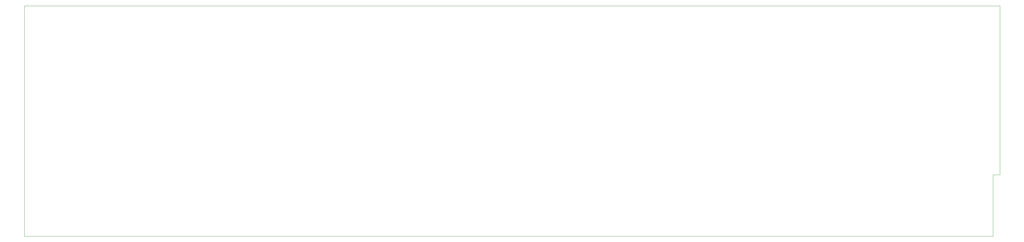
<source format=gbp>
*%FSLAX23Y23*%
*%MOIN*%
G01*
D11*
X15746Y6683D02*
X15828D01*
X15746Y5943D02*
X4096D01*
Y8718D02*
X15828D01*
X15746Y6683D02*
Y5943D01*
X15828Y6683D02*
Y8718D01*
X4096D02*
Y5943D01*
D91*
X14568Y8211D02*
D03*
X14498D02*
D03*
X14568Y8152D02*
D03*
X14498D02*
D03*
X13049Y7423D02*
D03*
X13112D02*
D03*
X13246Y7262D02*
D03*
X13309D02*
D03*
X13041Y7219D02*
D03*
X12978D02*
D03*
X13364Y7148D02*
D03*
X13427D02*
D03*
X4866Y7668D02*
D03*
X4936D02*
D03*
D93*
X13711Y6050D02*
D03*
X13891D02*
D03*
X13801Y6050D02*
D03*
D99*
X15265Y8364D02*
D03*
Y8294D02*
D03*
X15167D02*
D03*
Y8364D02*
D03*
X15108Y8294D02*
D03*
Y8364D02*
D03*
X14190Y8120D02*
D03*
Y8190D02*
D03*
X14253Y8120D02*
D03*
Y8190D02*
D03*
Y8002D02*
D03*
Y8072D02*
D03*
X14498Y8030D02*
D03*
Y8100D02*
D03*
X13273Y7573D02*
D03*
Y7510D02*
D03*
X12840Y7467D02*
D03*
Y7530D02*
D03*
X12994Y7656D02*
D03*
Y7593D02*
D03*
X12809Y7112D02*
D03*
Y7175D02*
D03*
D126*
X13801Y6245D02*
Y6235D01*
D02*
M02*

</source>
